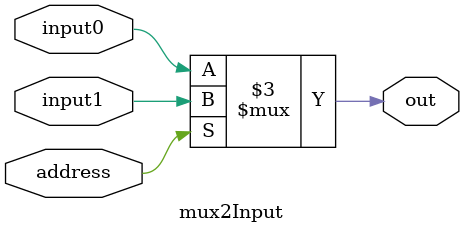
<source format=v>
module mux32(
	output [31:0] out,
	input address,
	input [31:0] input0,
	input [31:0] input1 
	);
	mux2Input #(32, 32) U0(.out(out), 
						   .address(address), 
						   .input0(input0), 
						   .input1(input1));
endmodule

module mux2Input
#(
  parameter out_width  = 1,
  parameter in_width   = 1
)
(
  output reg [out_width-1:0] out,
  input address,
  input [in_width-1:0] input0,
  input [in_width-1:0] input1 
);

	always @(address) begin
		if (address) begin
			out <= input1;
		end
		else begin
			out <= input0;
		end
	end

endmodule
</source>
